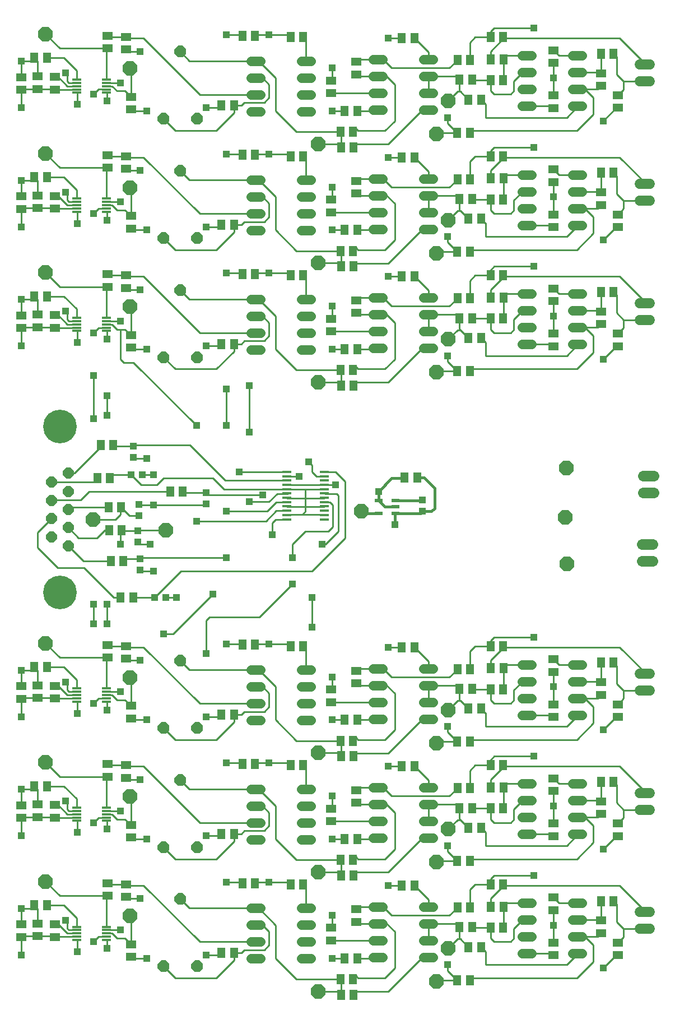
<source format=gtl>
G75*
%MOIN*%
%OFA0B0*%
%FSLAX25Y25*%
%IPPOS*%
%LPD*%
%AMOC8*
5,1,8,0,0,1.08239X$1,22.5*
%
%ADD10R,0.04724X0.02165*%
%ADD11R,0.05118X0.05906*%
%ADD12R,0.05906X0.05118*%
%ADD13R,0.05600X0.01200*%
%ADD14C,0.06400*%
%ADD15C,0.06000*%
%ADD16C,0.05600*%
%ADD17R,0.04331X0.03937*%
%ADD18OC8,0.07000*%
%ADD19OC8,0.08500*%
%ADD20R,0.05800X0.01400*%
%ADD21OC8,0.06400*%
%ADD22C,0.20000*%
%ADD23R,0.03937X0.04331*%
%ADD24C,0.01600*%
%ADD25R,0.04362X0.04362*%
%ADD26C,0.01000*%
D10*
X0275201Y0420028D03*
X0275201Y0427509D03*
X0285437Y0427509D03*
X0285437Y0423769D03*
X0285437Y0420028D03*
D11*
X0290752Y0441131D03*
X0298232Y0441131D03*
X0260437Y0495894D03*
X0260122Y0505146D03*
X0262642Y0517548D03*
X0255161Y0517548D03*
X0252642Y0505146D03*
X0252957Y0495894D03*
X0230476Y0561446D03*
X0222996Y0561446D03*
X0201697Y0562233D03*
X0194217Y0562233D03*
X0189295Y0591564D03*
X0181815Y0591564D03*
X0194217Y0633099D03*
X0201697Y0633099D03*
X0222996Y0632312D03*
X0230476Y0632312D03*
X0252957Y0637627D03*
X0252642Y0646879D03*
X0260122Y0646879D03*
X0260437Y0637627D03*
X0262642Y0659280D03*
X0255161Y0659280D03*
X0230476Y0703178D03*
X0222996Y0703178D03*
X0201697Y0703965D03*
X0194217Y0703965D03*
X0189295Y0662430D03*
X0181815Y0662430D03*
X0252642Y0576013D03*
X0252957Y0566761D03*
X0260437Y0566761D03*
X0260122Y0576013D03*
X0262642Y0588414D03*
X0255161Y0588414D03*
X0289059Y0560855D03*
X0296539Y0560855D03*
X0322209Y0547863D03*
X0329689Y0547863D03*
X0330949Y0536052D03*
X0323469Y0536052D03*
X0328744Y0524241D03*
X0336224Y0524241D03*
X0341894Y0535855D03*
X0349374Y0535855D03*
X0349531Y0548257D03*
X0349453Y0561446D03*
X0341972Y0561446D03*
X0342051Y0548257D03*
X0329610Y0575422D03*
X0322130Y0575422D03*
X0328744Y0595107D03*
X0336224Y0595107D03*
X0341894Y0606721D03*
X0342051Y0619123D03*
X0349531Y0619123D03*
X0349374Y0606721D03*
X0349453Y0632312D03*
X0341972Y0632312D03*
X0329689Y0618729D03*
X0330949Y0606918D03*
X0323469Y0606918D03*
X0322209Y0618729D03*
X0322130Y0646288D03*
X0329610Y0646288D03*
X0328744Y0665973D03*
X0336224Y0665973D03*
X0341894Y0677587D03*
X0349374Y0677587D03*
X0349531Y0689989D03*
X0342051Y0689989D03*
X0329689Y0689595D03*
X0322209Y0689595D03*
X0323469Y0677784D03*
X0330949Y0677784D03*
X0341972Y0703178D03*
X0349453Y0703178D03*
X0296539Y0702587D03*
X0289059Y0702587D03*
X0289059Y0631721D03*
X0296539Y0631721D03*
X0322130Y0504556D03*
X0329610Y0504556D03*
X0407563Y0551603D03*
X0415043Y0551603D03*
X0415043Y0622469D03*
X0407563Y0622469D03*
X0407563Y0693335D03*
X0415043Y0693335D03*
X0189295Y0520698D03*
X0181815Y0520698D03*
X0158783Y0432902D03*
X0151303Y0432902D03*
X0122406Y0409871D03*
X0114925Y0409871D03*
X0114610Y0423650D03*
X0122091Y0423650D03*
X0115476Y0440776D03*
X0107996Y0440776D03*
X0109965Y0460461D03*
X0117445Y0460461D03*
X0115870Y0391564D03*
X0123350Y0391564D03*
X0121776Y0369910D03*
X0129256Y0369910D03*
X0077878Y0328572D03*
X0070398Y0328572D03*
X0070398Y0257706D03*
X0077878Y0257706D03*
X0077878Y0186839D03*
X0070398Y0186839D03*
X0181815Y0158493D03*
X0189295Y0158493D03*
X0194217Y0200028D03*
X0201697Y0200028D03*
X0222996Y0199241D03*
X0230476Y0199241D03*
X0252957Y0204556D03*
X0252642Y0213808D03*
X0260122Y0213808D03*
X0260437Y0204556D03*
X0262642Y0226209D03*
X0255161Y0226209D03*
X0230476Y0270107D03*
X0222996Y0270107D03*
X0201697Y0270894D03*
X0194217Y0270894D03*
X0189295Y0300225D03*
X0181815Y0300225D03*
X0194217Y0341761D03*
X0201697Y0341761D03*
X0222996Y0340973D03*
X0230476Y0340973D03*
X0255161Y0297076D03*
X0262642Y0297076D03*
X0260122Y0284674D03*
X0260437Y0275422D03*
X0252957Y0275422D03*
X0252642Y0284674D03*
X0289059Y0269517D03*
X0296539Y0269517D03*
X0322209Y0256524D03*
X0323469Y0244713D03*
X0330949Y0244713D03*
X0329689Y0256524D03*
X0342051Y0256918D03*
X0341894Y0244517D03*
X0349374Y0244517D03*
X0349531Y0256918D03*
X0349453Y0270107D03*
X0341972Y0270107D03*
X0329610Y0284083D03*
X0322130Y0284083D03*
X0328744Y0303769D03*
X0336224Y0303769D03*
X0341894Y0315383D03*
X0349374Y0315383D03*
X0349531Y0327784D03*
X0342051Y0327784D03*
X0329689Y0327391D03*
X0322209Y0327391D03*
X0323469Y0315580D03*
X0330949Y0315580D03*
X0341972Y0340973D03*
X0349453Y0340973D03*
X0296539Y0340383D03*
X0289059Y0340383D03*
X0328744Y0232902D03*
X0336224Y0232902D03*
X0329610Y0213217D03*
X0322130Y0213217D03*
X0322209Y0185658D03*
X0329689Y0185658D03*
X0330949Y0173847D03*
X0323469Y0173847D03*
X0328744Y0162036D03*
X0336224Y0162036D03*
X0341894Y0173650D03*
X0349374Y0173650D03*
X0349531Y0186052D03*
X0349453Y0199241D03*
X0341972Y0199241D03*
X0342051Y0186052D03*
X0329610Y0142351D03*
X0322130Y0142351D03*
X0296539Y0198650D03*
X0289059Y0198650D03*
X0262642Y0155343D03*
X0255161Y0155343D03*
X0252642Y0142942D03*
X0252957Y0133690D03*
X0260437Y0133690D03*
X0260122Y0142942D03*
X0189295Y0229359D03*
X0181815Y0229359D03*
X0077878Y0549044D03*
X0070398Y0549044D03*
X0070398Y0619910D03*
X0077878Y0619910D03*
X0077878Y0690776D03*
X0070398Y0690776D03*
X0407563Y0331131D03*
X0415043Y0331131D03*
X0415043Y0260265D03*
X0407563Y0260265D03*
X0407563Y0189398D03*
X0415043Y0189398D03*
D12*
X0407602Y0177784D03*
X0407602Y0170304D03*
X0417642Y0164635D03*
X0417642Y0157154D03*
X0379453Y0157115D03*
X0379453Y0164595D03*
X0379453Y0183926D03*
X0379453Y0191406D03*
X0379453Y0227981D03*
X0379453Y0235461D03*
X0379453Y0254792D03*
X0379453Y0262272D03*
X0379453Y0298847D03*
X0379453Y0306328D03*
X0379453Y0325658D03*
X0379453Y0333139D03*
X0407602Y0319517D03*
X0407602Y0312036D03*
X0417642Y0306367D03*
X0417642Y0298887D03*
X0407602Y0248650D03*
X0407602Y0241170D03*
X0417642Y0235501D03*
X0417642Y0228020D03*
X0261933Y0247902D03*
X0261933Y0255383D03*
X0246972Y0244320D03*
X0246972Y0236839D03*
X0261933Y0184517D03*
X0261933Y0177036D03*
X0246972Y0173454D03*
X0246972Y0165973D03*
X0246972Y0307706D03*
X0246972Y0315186D03*
X0261933Y0318769D03*
X0261933Y0326249D03*
X0379453Y0519320D03*
X0379453Y0526800D03*
X0379453Y0546131D03*
X0379453Y0553611D03*
X0379453Y0590186D03*
X0379453Y0597666D03*
X0379453Y0616997D03*
X0379453Y0624477D03*
X0379453Y0661052D03*
X0379453Y0668532D03*
X0379453Y0687863D03*
X0379453Y0695343D03*
X0407602Y0681721D03*
X0407602Y0674241D03*
X0417642Y0668572D03*
X0417642Y0661091D03*
X0407602Y0610855D03*
X0407602Y0603375D03*
X0417642Y0597706D03*
X0417642Y0590225D03*
X0407602Y0539989D03*
X0407602Y0532509D03*
X0417642Y0526839D03*
X0417642Y0519359D03*
X0261933Y0539241D03*
X0261933Y0546721D03*
X0246972Y0535658D03*
X0246972Y0528178D03*
X0246972Y0599044D03*
X0246972Y0606524D03*
X0261933Y0610107D03*
X0261933Y0617587D03*
X0246972Y0669910D03*
X0246972Y0677391D03*
X0261933Y0680973D03*
X0261933Y0688454D03*
X0127839Y0667666D03*
X0127839Y0660186D03*
X0125161Y0632391D03*
X0125161Y0624910D03*
X0114059Y0625540D03*
X0114059Y0633020D03*
X0127839Y0596800D03*
X0127839Y0589320D03*
X0114059Y0562154D03*
X0114059Y0554674D03*
X0125161Y0554044D03*
X0125161Y0561524D03*
X0127839Y0525934D03*
X0127839Y0518454D03*
X0082799Y0530265D03*
X0082799Y0537745D03*
X0072366Y0538099D03*
X0072366Y0530619D03*
X0062524Y0530186D03*
X0062524Y0537666D03*
X0062524Y0601052D03*
X0062524Y0608532D03*
X0072366Y0608965D03*
X0072366Y0601485D03*
X0082799Y0601131D03*
X0082799Y0608611D03*
X0082799Y0671997D03*
X0082799Y0679477D03*
X0072366Y0679831D03*
X0072366Y0672351D03*
X0062524Y0671918D03*
X0062524Y0679398D03*
X0114059Y0696406D03*
X0114059Y0703887D03*
X0125161Y0703257D03*
X0125161Y0695776D03*
X0114059Y0341682D03*
X0114059Y0334202D03*
X0125161Y0333572D03*
X0125161Y0341052D03*
X0127839Y0305461D03*
X0127839Y0297981D03*
X0125161Y0270186D03*
X0125161Y0262706D03*
X0114059Y0263335D03*
X0114059Y0270816D03*
X0127839Y0234595D03*
X0127839Y0227115D03*
X0114059Y0199950D03*
X0114059Y0192469D03*
X0125161Y0191839D03*
X0125161Y0199320D03*
X0127839Y0163729D03*
X0127839Y0156249D03*
X0082799Y0168060D03*
X0082799Y0175540D03*
X0072366Y0175894D03*
X0072366Y0168414D03*
X0062524Y0167981D03*
X0062524Y0175461D03*
X0062524Y0238847D03*
X0062524Y0246328D03*
X0072366Y0246761D03*
X0072366Y0239280D03*
X0082799Y0238926D03*
X0082799Y0246406D03*
X0082799Y0309792D03*
X0082799Y0317272D03*
X0072366Y0317627D03*
X0072366Y0310146D03*
X0062524Y0309713D03*
X0062524Y0317194D03*
D13*
X0095653Y0315739D03*
X0095653Y0313839D03*
X0095653Y0311839D03*
X0095653Y0309839D03*
X0095653Y0307939D03*
X0113253Y0307939D03*
X0113253Y0309839D03*
X0113253Y0311839D03*
X0113253Y0313839D03*
X0113253Y0315739D03*
X0113253Y0244873D03*
X0113253Y0242973D03*
X0113253Y0240973D03*
X0113253Y0238973D03*
X0113253Y0237073D03*
X0095653Y0237073D03*
X0095653Y0238973D03*
X0095653Y0240973D03*
X0095653Y0242973D03*
X0095653Y0244873D03*
X0095653Y0174007D03*
X0095653Y0172107D03*
X0095653Y0170107D03*
X0095653Y0168107D03*
X0095653Y0166207D03*
X0113253Y0166207D03*
X0113253Y0168107D03*
X0113253Y0170107D03*
X0113253Y0172107D03*
X0113253Y0174007D03*
X0113253Y0528412D03*
X0113253Y0530312D03*
X0113253Y0532312D03*
X0113253Y0534312D03*
X0113253Y0536212D03*
X0095653Y0536212D03*
X0095653Y0534312D03*
X0095653Y0532312D03*
X0095653Y0530312D03*
X0095653Y0528412D03*
X0095653Y0599278D03*
X0095653Y0601178D03*
X0095653Y0603178D03*
X0095653Y0605178D03*
X0095653Y0607078D03*
X0113253Y0607078D03*
X0113253Y0605178D03*
X0113253Y0603178D03*
X0113253Y0601178D03*
X0113253Y0599278D03*
X0113253Y0670144D03*
X0113253Y0672044D03*
X0113253Y0674044D03*
X0113253Y0676044D03*
X0113253Y0677944D03*
X0095653Y0677944D03*
X0095653Y0676044D03*
X0095653Y0674044D03*
X0095653Y0672044D03*
X0095653Y0670144D03*
D14*
X0432631Y0442233D02*
X0439031Y0442233D01*
X0439031Y0432233D02*
X0432631Y0432233D01*
X0432080Y0401485D02*
X0438480Y0401485D01*
X0438480Y0391485D02*
X0432080Y0391485D01*
D15*
X0430783Y0324556D02*
X0436783Y0324556D01*
X0436783Y0314556D02*
X0430783Y0314556D01*
X0430783Y0253690D02*
X0436783Y0253690D01*
X0436783Y0243690D02*
X0430783Y0243690D01*
X0430783Y0182824D02*
X0436783Y0182824D01*
X0436783Y0172824D02*
X0430783Y0172824D01*
X0430783Y0535028D02*
X0436783Y0535028D01*
X0436783Y0545028D02*
X0430783Y0545028D01*
X0430783Y0605894D02*
X0436783Y0605894D01*
X0436783Y0615894D02*
X0430783Y0615894D01*
X0430783Y0676761D02*
X0436783Y0676761D01*
X0436783Y0686761D02*
X0430783Y0686761D01*
D16*
X0396269Y0682194D02*
X0390669Y0682194D01*
X0390669Y0692194D02*
X0396269Y0692194D01*
X0396269Y0672194D02*
X0390669Y0672194D01*
X0390669Y0662194D02*
X0396269Y0662194D01*
X0396269Y0621328D02*
X0390669Y0621328D01*
X0390669Y0611328D02*
X0396269Y0611328D01*
X0396269Y0601328D02*
X0390669Y0601328D01*
X0390669Y0591328D02*
X0396269Y0591328D01*
X0396269Y0550461D02*
X0390669Y0550461D01*
X0390669Y0540461D02*
X0396269Y0540461D01*
X0396269Y0530461D02*
X0390669Y0530461D01*
X0390669Y0520461D02*
X0396269Y0520461D01*
X0366269Y0520461D02*
X0360669Y0520461D01*
X0360669Y0530461D02*
X0366269Y0530461D01*
X0366269Y0540461D02*
X0360669Y0540461D01*
X0360669Y0550461D02*
X0366269Y0550461D01*
X0366269Y0591328D02*
X0360669Y0591328D01*
X0360669Y0601328D02*
X0366269Y0601328D01*
X0366269Y0611328D02*
X0360669Y0611328D01*
X0360669Y0621328D02*
X0366269Y0621328D01*
X0366269Y0662194D02*
X0360669Y0662194D01*
X0360669Y0672194D02*
X0366269Y0672194D01*
X0366269Y0682194D02*
X0360669Y0682194D01*
X0360669Y0692194D02*
X0366269Y0692194D01*
X0307686Y0689831D02*
X0302086Y0689831D01*
X0302086Y0679831D02*
X0307686Y0679831D01*
X0307686Y0669831D02*
X0302086Y0669831D01*
X0302086Y0659831D02*
X0307686Y0659831D01*
X0277686Y0659831D02*
X0272086Y0659831D01*
X0272086Y0669831D02*
X0277686Y0669831D01*
X0277686Y0679831D02*
X0272086Y0679831D01*
X0272086Y0689831D02*
X0277686Y0689831D01*
X0234851Y0689044D02*
X0229251Y0689044D01*
X0229251Y0679044D02*
X0234851Y0679044D01*
X0234851Y0669044D02*
X0229251Y0669044D01*
X0229251Y0659044D02*
X0234851Y0659044D01*
X0234851Y0618178D02*
X0229251Y0618178D01*
X0229251Y0608178D02*
X0234851Y0608178D01*
X0234851Y0598178D02*
X0229251Y0598178D01*
X0229251Y0588178D02*
X0234851Y0588178D01*
X0234851Y0547312D02*
X0229251Y0547312D01*
X0229251Y0537312D02*
X0234851Y0537312D01*
X0234851Y0527312D02*
X0229251Y0527312D01*
X0229251Y0517312D02*
X0234851Y0517312D01*
X0204851Y0517312D02*
X0199251Y0517312D01*
X0199251Y0527312D02*
X0204851Y0527312D01*
X0204851Y0537312D02*
X0199251Y0537312D01*
X0199251Y0547312D02*
X0204851Y0547312D01*
X0204851Y0588178D02*
X0199251Y0588178D01*
X0199251Y0598178D02*
X0204851Y0598178D01*
X0204851Y0608178D02*
X0199251Y0608178D01*
X0199251Y0618178D02*
X0204851Y0618178D01*
X0204851Y0659044D02*
X0199251Y0659044D01*
X0199251Y0669044D02*
X0204851Y0669044D01*
X0204851Y0679044D02*
X0199251Y0679044D01*
X0199251Y0689044D02*
X0204851Y0689044D01*
X0272086Y0618965D02*
X0277686Y0618965D01*
X0277686Y0608965D02*
X0272086Y0608965D01*
X0272086Y0598965D02*
X0277686Y0598965D01*
X0277686Y0588965D02*
X0272086Y0588965D01*
X0272086Y0548099D02*
X0277686Y0548099D01*
X0277686Y0538099D02*
X0272086Y0538099D01*
X0272086Y0528099D02*
X0277686Y0528099D01*
X0277686Y0518099D02*
X0272086Y0518099D01*
X0302086Y0518099D02*
X0307686Y0518099D01*
X0307686Y0528099D02*
X0302086Y0528099D01*
X0302086Y0538099D02*
X0307686Y0538099D01*
X0307686Y0548099D02*
X0302086Y0548099D01*
X0302086Y0588965D02*
X0307686Y0588965D01*
X0307686Y0598965D02*
X0302086Y0598965D01*
X0302086Y0608965D02*
X0307686Y0608965D01*
X0307686Y0618965D02*
X0302086Y0618965D01*
X0302086Y0327627D02*
X0307686Y0327627D01*
X0307686Y0317627D02*
X0302086Y0317627D01*
X0302086Y0307627D02*
X0307686Y0307627D01*
X0307686Y0297627D02*
X0302086Y0297627D01*
X0277686Y0297627D02*
X0272086Y0297627D01*
X0272086Y0307627D02*
X0277686Y0307627D01*
X0277686Y0317627D02*
X0272086Y0317627D01*
X0272086Y0327627D02*
X0277686Y0327627D01*
X0234851Y0326839D02*
X0229251Y0326839D01*
X0229251Y0316839D02*
X0234851Y0316839D01*
X0234851Y0306839D02*
X0229251Y0306839D01*
X0229251Y0296839D02*
X0234851Y0296839D01*
X0234851Y0255973D02*
X0229251Y0255973D01*
X0229251Y0245973D02*
X0234851Y0245973D01*
X0234851Y0235973D02*
X0229251Y0235973D01*
X0229251Y0225973D02*
X0234851Y0225973D01*
X0234851Y0185107D02*
X0229251Y0185107D01*
X0229251Y0175107D02*
X0234851Y0175107D01*
X0234851Y0165107D02*
X0229251Y0165107D01*
X0229251Y0155107D02*
X0234851Y0155107D01*
X0204851Y0155107D02*
X0199251Y0155107D01*
X0199251Y0165107D02*
X0204851Y0165107D01*
X0204851Y0175107D02*
X0199251Y0175107D01*
X0199251Y0185107D02*
X0204851Y0185107D01*
X0204851Y0225973D02*
X0199251Y0225973D01*
X0199251Y0235973D02*
X0204851Y0235973D01*
X0204851Y0245973D02*
X0199251Y0245973D01*
X0199251Y0255973D02*
X0204851Y0255973D01*
X0204851Y0296839D02*
X0199251Y0296839D01*
X0199251Y0306839D02*
X0204851Y0306839D01*
X0204851Y0316839D02*
X0199251Y0316839D01*
X0199251Y0326839D02*
X0204851Y0326839D01*
X0272086Y0256761D02*
X0277686Y0256761D01*
X0277686Y0246761D02*
X0272086Y0246761D01*
X0272086Y0236761D02*
X0277686Y0236761D01*
X0277686Y0226761D02*
X0272086Y0226761D01*
X0272086Y0185894D02*
X0277686Y0185894D01*
X0277686Y0175894D02*
X0272086Y0175894D01*
X0272086Y0165894D02*
X0277686Y0165894D01*
X0277686Y0155894D02*
X0272086Y0155894D01*
X0302086Y0155894D02*
X0307686Y0155894D01*
X0307686Y0165894D02*
X0302086Y0165894D01*
X0302086Y0175894D02*
X0307686Y0175894D01*
X0307686Y0185894D02*
X0302086Y0185894D01*
X0302086Y0226761D02*
X0307686Y0226761D01*
X0307686Y0236761D02*
X0302086Y0236761D01*
X0302086Y0246761D02*
X0307686Y0246761D01*
X0307686Y0256761D02*
X0302086Y0256761D01*
X0360669Y0259123D02*
X0366269Y0259123D01*
X0366269Y0249123D02*
X0360669Y0249123D01*
X0360669Y0239123D02*
X0366269Y0239123D01*
X0366269Y0229123D02*
X0360669Y0229123D01*
X0360669Y0188257D02*
X0366269Y0188257D01*
X0366269Y0178257D02*
X0360669Y0178257D01*
X0360669Y0168257D02*
X0366269Y0168257D01*
X0366269Y0158257D02*
X0360669Y0158257D01*
X0390669Y0158257D02*
X0396269Y0158257D01*
X0396269Y0168257D02*
X0390669Y0168257D01*
X0390669Y0178257D02*
X0396269Y0178257D01*
X0396269Y0188257D02*
X0390669Y0188257D01*
X0390669Y0229123D02*
X0396269Y0229123D01*
X0396269Y0239123D02*
X0390669Y0239123D01*
X0390669Y0249123D02*
X0396269Y0249123D01*
X0396269Y0259123D02*
X0390669Y0259123D01*
X0390669Y0299989D02*
X0396269Y0299989D01*
X0396269Y0309989D02*
X0390669Y0309989D01*
X0390669Y0319989D02*
X0396269Y0319989D01*
X0396269Y0329989D02*
X0390669Y0329989D01*
X0366269Y0329989D02*
X0360669Y0329989D01*
X0360669Y0319989D02*
X0366269Y0319989D01*
X0366269Y0309989D02*
X0360669Y0309989D01*
X0360669Y0299989D02*
X0366269Y0299989D01*
D17*
X0301303Y0421091D03*
X0301303Y0427784D03*
X0172760Y0425619D03*
X0172760Y0432312D03*
X0132799Y0425343D03*
X0132799Y0418650D03*
X0132012Y0409438D03*
X0132012Y0402745D03*
X0133390Y0392942D03*
X0133390Y0386249D03*
X0129453Y0453178D03*
X0129453Y0459871D03*
D18*
X0147287Y0512706D03*
X0167287Y0512706D03*
X0157287Y0552706D03*
X0147287Y0583572D03*
X0167287Y0583572D03*
X0157287Y0623572D03*
X0147287Y0654438D03*
X0167287Y0654438D03*
X0157287Y0694438D03*
X0157287Y0332233D03*
X0147287Y0292233D03*
X0167287Y0292233D03*
X0157287Y0261367D03*
X0147287Y0221367D03*
X0167287Y0221367D03*
X0157287Y0190501D03*
X0147287Y0150501D03*
X0167287Y0150501D03*
D19*
X0127366Y0180658D03*
X0127366Y0251524D03*
X0127366Y0322391D03*
X0077012Y0342706D03*
X0077012Y0271839D03*
X0077012Y0200973D03*
X0148587Y0409989D03*
X0105280Y0416209D03*
X0127366Y0542863D03*
X0127366Y0613729D03*
X0127366Y0684595D03*
X0077012Y0704910D03*
X0077012Y0634044D03*
X0077012Y0563178D03*
X0239335Y0568769D03*
X0239335Y0497902D03*
X0265004Y0421131D03*
X0309571Y0503808D03*
X0316815Y0523493D03*
X0309571Y0574674D03*
X0316815Y0594359D03*
X0309571Y0645540D03*
X0316815Y0665225D03*
X0239335Y0639635D03*
X0386933Y0447036D03*
X0386500Y0417509D03*
X0387366Y0389950D03*
X0316815Y0303020D03*
X0309571Y0283335D03*
X0316815Y0232154D03*
X0309571Y0212469D03*
X0316815Y0161288D03*
X0309571Y0141603D03*
X0239335Y0135698D03*
X0239335Y0206564D03*
X0239335Y0277430D03*
D20*
X0242915Y0416401D03*
X0242915Y0419001D03*
X0242915Y0421501D03*
X0242915Y0424101D03*
X0242915Y0426701D03*
X0242915Y0429201D03*
X0242915Y0431801D03*
X0242915Y0434301D03*
X0242915Y0436901D03*
X0242915Y0439501D03*
X0242915Y0442001D03*
X0242915Y0444601D03*
X0220715Y0444601D03*
X0220715Y0442001D03*
X0220715Y0439501D03*
X0220715Y0436901D03*
X0220715Y0434301D03*
X0220715Y0431801D03*
X0220715Y0429201D03*
X0220715Y0426701D03*
X0220715Y0424101D03*
X0220715Y0421501D03*
X0220715Y0419001D03*
X0220715Y0416401D03*
D21*
X0090673Y0411433D03*
X0090673Y0400633D03*
X0080673Y0406033D03*
X0080673Y0416833D03*
X0080673Y0427633D03*
X0080673Y0438433D03*
X0090673Y0433033D03*
X0090673Y0422233D03*
X0090673Y0443833D03*
D22*
X0085673Y0471533D03*
X0085673Y0372933D03*
D23*
X0128075Y0442745D03*
X0134768Y0442745D03*
X0141854Y0369910D03*
X0148547Y0369910D03*
D24*
X0265004Y0421131D02*
X0266106Y0420028D01*
X0275201Y0420028D01*
X0278941Y0423769D02*
X0275201Y0427509D01*
X0275201Y0432981D01*
X0282996Y0440776D01*
X0290398Y0440776D01*
X0290752Y0441131D01*
X0298232Y0441131D02*
X0302327Y0441131D01*
X0308587Y0434871D01*
X0308587Y0423060D01*
X0306618Y0421091D01*
X0301303Y0421091D01*
X0300240Y0420028D01*
X0285437Y0420028D01*
X0284965Y0419556D01*
X0284965Y0413217D01*
X0285437Y0423769D02*
X0278941Y0423769D01*
X0285437Y0427509D02*
X0301028Y0427509D01*
X0301303Y0427784D01*
D25*
X0062524Y0157312D03*
X0062524Y0184871D03*
X0089098Y0177981D03*
X0095988Y0159280D03*
X0105831Y0165186D03*
X0113705Y0161249D03*
X0121579Y0172076D03*
X0133390Y0190776D03*
X0137327Y0155343D03*
X0172760Y0157312D03*
X0184571Y0200619D03*
X0172760Y0228178D03*
X0184571Y0271485D03*
X0172760Y0299044D03*
X0172760Y0336446D03*
X0184571Y0342351D03*
X0176697Y0371879D03*
X0184571Y0393532D03*
X0184571Y0421091D03*
X0198350Y0426997D03*
X0206224Y0430934D03*
X0192445Y0444713D03*
X0198350Y0468335D03*
X0184571Y0472272D03*
X0166854Y0472272D03*
X0184571Y0493926D03*
X0198350Y0495894D03*
X0172760Y0519517D03*
X0184571Y0562824D03*
X0172760Y0590383D03*
X0184571Y0633690D03*
X0172760Y0661249D03*
X0184571Y0704556D03*
X0210161Y0704556D03*
X0247563Y0684871D03*
X0247563Y0659280D03*
X0247563Y0614005D03*
X0247563Y0588414D03*
X0247563Y0543139D03*
X0247563Y0517548D03*
X0281028Y0560855D03*
X0316461Y0584477D03*
X0281028Y0631721D03*
X0316461Y0655343D03*
X0281028Y0702587D03*
X0210161Y0633690D03*
X0210161Y0562824D03*
X0137327Y0588414D03*
X0121579Y0605146D03*
X0113705Y0594320D03*
X0105831Y0598257D03*
X0095988Y0592351D03*
X0089098Y0611052D03*
X0062524Y0617942D03*
X0062524Y0590383D03*
X0062524Y0547076D03*
X0062524Y0519517D03*
X0089098Y0540186D03*
X0095988Y0521485D03*
X0105831Y0527391D03*
X0113705Y0523454D03*
X0121579Y0534280D03*
X0133390Y0552981D03*
X0137327Y0517548D03*
X0113705Y0489989D03*
X0113705Y0478178D03*
X0105831Y0476209D03*
X0105831Y0501800D03*
X0137327Y0452587D03*
X0141264Y0442745D03*
X0141264Y0425028D03*
X0139295Y0401406D03*
X0141264Y0385658D03*
X0155043Y0369910D03*
X0147169Y0348257D03*
X0133390Y0332509D03*
X0121579Y0313808D03*
X0113705Y0302981D03*
X0105831Y0306918D03*
X0095988Y0301013D03*
X0089098Y0319713D03*
X0105831Y0354162D03*
X0113705Y0354162D03*
X0113705Y0365973D03*
X0105831Y0365973D03*
X0121579Y0401406D03*
X0166854Y0415186D03*
X0212130Y0407312D03*
X0223941Y0393532D03*
X0223941Y0377784D03*
X0235752Y0369910D03*
X0235752Y0352194D03*
X0247563Y0322666D03*
X0247563Y0297076D03*
X0247563Y0251800D03*
X0247563Y0226209D03*
X0247563Y0180934D03*
X0247563Y0155343D03*
X0281028Y0198650D03*
X0316461Y0222272D03*
X0281028Y0269517D03*
X0316461Y0293139D03*
X0281028Y0340383D03*
X0241657Y0401406D03*
X0249531Y0436839D03*
X0233783Y0450619D03*
X0227878Y0441761D03*
X0275201Y0432981D03*
X0284965Y0413217D03*
X0316461Y0513611D03*
X0367642Y0566761D03*
X0379453Y0537233D03*
X0408980Y0511643D03*
X0408980Y0582509D03*
X0379453Y0608099D03*
X0367642Y0637627D03*
X0379453Y0678965D03*
X0367642Y0708493D03*
X0408980Y0653375D03*
X0367642Y0346288D03*
X0379453Y0316761D03*
X0367642Y0275422D03*
X0379453Y0245894D03*
X0408980Y0220304D03*
X0379453Y0175028D03*
X0367642Y0204556D03*
X0408980Y0149438D03*
X0316461Y0151406D03*
X0408980Y0291170D03*
X0210161Y0271485D03*
X0210161Y0200619D03*
X0137327Y0226209D03*
X0121579Y0242942D03*
X0113705Y0232115D03*
X0105831Y0236052D03*
X0095988Y0230146D03*
X0089098Y0248847D03*
X0062524Y0255737D03*
X0062524Y0228178D03*
X0062524Y0299044D03*
X0062524Y0326603D03*
X0133390Y0261643D03*
X0137327Y0297076D03*
X0210161Y0342351D03*
X0133390Y0623847D03*
X0137327Y0659280D03*
X0121579Y0676013D03*
X0113705Y0665186D03*
X0105831Y0669123D03*
X0095988Y0663217D03*
X0089098Y0681918D03*
X0062524Y0688808D03*
X0062524Y0661249D03*
X0133390Y0694713D03*
D26*
X0126224Y0694713D01*
X0125161Y0695776D01*
X0125831Y0702587D02*
X0135358Y0702587D01*
X0168902Y0669044D01*
X0202051Y0669044D01*
X0207209Y0664202D02*
X0195398Y0664202D01*
X0193626Y0662430D01*
X0189295Y0662430D01*
X0189295Y0658099D01*
X0178665Y0647469D01*
X0154256Y0647469D01*
X0147287Y0654438D01*
X0137327Y0659280D02*
X0128744Y0659280D01*
X0127839Y0660186D01*
X0127839Y0667666D02*
X0124413Y0671091D01*
X0119610Y0671091D01*
X0116657Y0674044D01*
X0113253Y0674044D01*
X0113221Y0672076D02*
X0108783Y0672076D01*
X0105831Y0669123D01*
X0113253Y0670144D02*
X0113705Y0669692D01*
X0113705Y0665186D01*
X0113253Y0672044D02*
X0113221Y0672076D01*
X0113284Y0676013D02*
X0121579Y0676013D01*
X0113284Y0676013D02*
X0113253Y0676044D01*
X0113253Y0677944D02*
X0113253Y0695600D01*
X0114059Y0696406D01*
X0085516Y0696406D01*
X0077012Y0704910D01*
X0077878Y0690776D02*
X0088114Y0690776D01*
X0095653Y0683238D01*
X0095653Y0677944D01*
X0095653Y0676044D02*
X0091035Y0676044D01*
X0090083Y0676997D01*
X0090083Y0680934D01*
X0089098Y0681918D01*
X0084650Y0679477D02*
X0082799Y0679477D01*
X0084650Y0679477D02*
X0090083Y0674044D01*
X0095653Y0674044D01*
X0095684Y0676013D02*
X0095653Y0676044D01*
X0095653Y0672044D02*
X0082846Y0672044D01*
X0082799Y0671997D01*
X0082445Y0672351D01*
X0072366Y0672351D01*
X0062957Y0672351D01*
X0062524Y0671918D01*
X0062524Y0661249D01*
X0062524Y0679398D02*
X0062524Y0688808D01*
X0068429Y0688808D01*
X0070398Y0690776D01*
X0072366Y0688808D01*
X0072366Y0679831D01*
X0095653Y0670144D02*
X0095988Y0669809D01*
X0095988Y0663217D01*
X0077012Y0634044D02*
X0085516Y0625540D01*
X0114059Y0625540D01*
X0113253Y0624734D01*
X0113253Y0607078D01*
X0113253Y0605178D02*
X0113284Y0605146D01*
X0121579Y0605146D01*
X0119610Y0600225D02*
X0116657Y0603178D01*
X0113253Y0603178D01*
X0113221Y0601209D02*
X0108783Y0601209D01*
X0105831Y0598257D01*
X0113253Y0599278D02*
X0113705Y0598826D01*
X0113705Y0594320D01*
X0113253Y0601178D02*
X0113221Y0601209D01*
X0119610Y0600225D02*
X0124413Y0600225D01*
X0127839Y0596800D01*
X0127839Y0613257D01*
X0127366Y0613729D01*
X0126224Y0623847D02*
X0133390Y0623847D01*
X0135358Y0631721D02*
X0168902Y0598178D01*
X0202051Y0598178D01*
X0207209Y0593335D02*
X0195398Y0593335D01*
X0193626Y0591564D01*
X0189295Y0591564D01*
X0189295Y0587233D01*
X0178665Y0576603D01*
X0154256Y0576603D01*
X0147287Y0583572D01*
X0137327Y0588414D02*
X0128744Y0588414D01*
X0127839Y0589320D01*
X0114059Y0562154D02*
X0114689Y0561524D01*
X0125161Y0561524D01*
X0125831Y0560855D01*
X0135358Y0560855D01*
X0168902Y0527312D01*
X0202051Y0527312D01*
X0207209Y0522469D02*
X0195398Y0522469D01*
X0193626Y0520698D01*
X0189295Y0520698D01*
X0189295Y0516367D01*
X0178665Y0505737D01*
X0154256Y0505737D01*
X0147287Y0512706D01*
X0137327Y0517548D02*
X0128744Y0517548D01*
X0127839Y0518454D01*
X0127839Y0525934D02*
X0124413Y0529359D01*
X0121579Y0529359D01*
X0121579Y0511643D01*
X0123547Y0509674D01*
X0129453Y0509674D01*
X0166854Y0472272D01*
X0162917Y0460461D02*
X0183878Y0439501D01*
X0220715Y0439501D01*
X0220955Y0441761D02*
X0227878Y0441761D01*
X0220955Y0441761D02*
X0220715Y0442001D01*
X0220715Y0444601D02*
X0192557Y0444601D01*
X0192445Y0444713D01*
X0183172Y0434301D02*
X0220715Y0434301D01*
X0231815Y0434301D01*
X0231815Y0428965D01*
X0242680Y0428965D01*
X0242915Y0429201D01*
X0243232Y0431721D02*
X0250319Y0431721D01*
X0251500Y0430540D01*
X0251500Y0409280D01*
X0243626Y0401406D01*
X0241657Y0401406D01*
X0245201Y0409280D02*
X0231815Y0409280D01*
X0223941Y0401406D01*
X0223941Y0393532D01*
X0223941Y0377784D02*
X0204256Y0358099D01*
X0174728Y0358099D01*
X0172760Y0356131D01*
X0172760Y0336446D01*
X0184571Y0342351D02*
X0193626Y0342351D01*
X0194217Y0341761D01*
X0201697Y0341761D02*
X0202287Y0342351D01*
X0210161Y0342351D01*
X0221618Y0342351D01*
X0222996Y0340973D01*
X0230476Y0340973D02*
X0232051Y0339398D01*
X0232051Y0326839D01*
X0247563Y0322666D02*
X0247563Y0315776D01*
X0246972Y0315186D01*
X0246972Y0307706D02*
X0247051Y0307627D01*
X0274886Y0307627D01*
X0274886Y0317627D02*
X0280161Y0317627D01*
X0284965Y0312824D01*
X0284965Y0291170D01*
X0279059Y0285265D01*
X0263154Y0285265D01*
X0261933Y0286485D01*
X0260122Y0284674D01*
X0262406Y0277391D02*
X0281028Y0277391D01*
X0301264Y0297627D01*
X0304886Y0297627D01*
X0304886Y0307627D02*
X0304886Y0317627D01*
X0321421Y0317627D01*
X0323469Y0315580D01*
X0323469Y0309044D01*
X0323980Y0308532D01*
X0322327Y0308532D01*
X0316815Y0303020D01*
X0316461Y0293139D02*
X0316461Y0289753D01*
X0322130Y0284083D01*
X0310319Y0284083D01*
X0309571Y0283335D01*
X0296539Y0269517D02*
X0304886Y0261170D01*
X0304886Y0256761D01*
X0304886Y0246761D02*
X0321421Y0246761D01*
X0323469Y0244713D01*
X0323469Y0238178D01*
X0323980Y0237666D01*
X0322327Y0237666D01*
X0316815Y0232154D01*
X0316461Y0222272D02*
X0316461Y0218887D01*
X0322130Y0213217D01*
X0310319Y0213217D01*
X0309571Y0212469D01*
X0304886Y0226761D02*
X0301264Y0226761D01*
X0281028Y0206524D01*
X0262406Y0206524D01*
X0260437Y0204556D01*
X0260122Y0213808D02*
X0261933Y0215619D01*
X0263154Y0214398D01*
X0279059Y0214398D01*
X0284965Y0220304D01*
X0284965Y0241957D01*
X0280161Y0246761D01*
X0274886Y0246761D01*
X0263075Y0246761D01*
X0261933Y0247902D01*
X0261933Y0255383D02*
X0263311Y0256761D01*
X0274886Y0256761D01*
X0278035Y0256761D01*
X0282996Y0251800D01*
X0317484Y0251800D01*
X0322209Y0256524D01*
X0323469Y0244713D02*
X0322839Y0244083D01*
X0323980Y0237666D02*
X0328744Y0232902D01*
X0336224Y0232902D02*
X0338980Y0230146D01*
X0338980Y0222272D01*
X0387327Y0222272D01*
X0393469Y0228414D01*
X0393469Y0229123D01*
X0393469Y0239123D02*
X0398035Y0239123D01*
X0405555Y0239123D01*
X0407602Y0241170D01*
X0407602Y0248650D02*
X0407602Y0260225D01*
X0407563Y0260265D01*
X0415043Y0260265D02*
X0416854Y0258454D01*
X0416854Y0247863D01*
X0421028Y0243690D01*
X0421028Y0238887D01*
X0417642Y0235501D01*
X0417484Y0228178D02*
X0417642Y0228020D01*
X0416697Y0228020D01*
X0408980Y0220304D01*
X0403075Y0224241D02*
X0403075Y0234083D01*
X0398035Y0239123D01*
X0393469Y0249123D02*
X0407130Y0249123D01*
X0407602Y0248650D01*
X0421028Y0243690D02*
X0433783Y0243690D01*
X0433783Y0253690D02*
X0433783Y0254556D01*
X0418823Y0269517D01*
X0349925Y0269517D01*
X0349453Y0269044D01*
X0349453Y0270107D01*
X0349453Y0269044D02*
X0342051Y0261643D01*
X0342051Y0256918D01*
X0341894Y0244517D02*
X0342051Y0244359D01*
X0342051Y0238020D01*
X0344020Y0236052D01*
X0353862Y0236052D01*
X0355831Y0238020D01*
X0355831Y0243926D01*
X0361028Y0249123D01*
X0363469Y0249123D01*
X0363469Y0259123D02*
X0351736Y0259123D01*
X0349531Y0256918D01*
X0349531Y0244674D01*
X0349374Y0244517D01*
X0341894Y0244517D02*
X0331146Y0244517D01*
X0330949Y0244713D01*
X0329689Y0256524D02*
X0329689Y0266997D01*
X0332799Y0270107D01*
X0341972Y0270107D01*
X0341972Y0273375D01*
X0344020Y0275422D01*
X0367642Y0275422D01*
X0379453Y0262272D02*
X0382602Y0259123D01*
X0393469Y0259123D01*
X0379453Y0254792D02*
X0379453Y0245894D01*
X0379453Y0235461D01*
X0378311Y0229123D02*
X0363469Y0229123D01*
X0378311Y0229123D02*
X0379453Y0227981D01*
X0393232Y0214398D02*
X0403075Y0224241D01*
X0393232Y0214398D02*
X0330791Y0214398D01*
X0329610Y0213217D01*
X0332799Y0199241D02*
X0329689Y0196131D01*
X0329689Y0185658D01*
X0332799Y0199241D02*
X0341972Y0199241D01*
X0341972Y0202509D01*
X0344020Y0204556D01*
X0367642Y0204556D01*
X0363469Y0188257D02*
X0351736Y0188257D01*
X0349531Y0186052D01*
X0349531Y0173808D01*
X0349374Y0173650D01*
X0355831Y0173060D02*
X0355831Y0167154D01*
X0353862Y0165186D01*
X0344020Y0165186D01*
X0342051Y0167154D01*
X0342051Y0173493D01*
X0341894Y0173650D01*
X0331146Y0173650D01*
X0330949Y0173847D01*
X0323469Y0173847D02*
X0323469Y0167312D01*
X0323980Y0166800D01*
X0322327Y0166800D01*
X0316815Y0161288D01*
X0316461Y0151406D02*
X0316461Y0148020D01*
X0322130Y0142351D01*
X0310319Y0142351D01*
X0309571Y0141603D01*
X0304886Y0155894D02*
X0301264Y0155894D01*
X0281028Y0135658D01*
X0262406Y0135658D01*
X0260437Y0133690D01*
X0260122Y0142942D02*
X0261933Y0144753D01*
X0263154Y0143532D01*
X0279059Y0143532D01*
X0284965Y0149438D01*
X0284965Y0171091D01*
X0280161Y0175894D01*
X0274886Y0175894D01*
X0263075Y0175894D01*
X0261933Y0177036D01*
X0261933Y0184517D02*
X0263311Y0185894D01*
X0274886Y0185894D01*
X0278035Y0185894D01*
X0282996Y0180934D01*
X0317484Y0180934D01*
X0322209Y0185658D01*
X0321421Y0175894D02*
X0304886Y0175894D01*
X0304886Y0165894D01*
X0321421Y0175894D02*
X0323469Y0173847D01*
X0322839Y0173217D01*
X0323980Y0166800D02*
X0328744Y0162036D01*
X0336224Y0162036D02*
X0338980Y0159280D01*
X0338980Y0151406D01*
X0387327Y0151406D01*
X0393469Y0157548D01*
X0393469Y0158257D01*
X0393469Y0168257D02*
X0398035Y0168257D01*
X0405555Y0168257D01*
X0407602Y0170304D01*
X0407602Y0177784D02*
X0407602Y0189359D01*
X0407563Y0189398D01*
X0415043Y0189398D02*
X0416854Y0187587D01*
X0416854Y0176997D01*
X0421028Y0172824D01*
X0421028Y0168020D01*
X0417642Y0164635D01*
X0417484Y0157312D02*
X0417642Y0157154D01*
X0416697Y0157154D01*
X0408980Y0149438D01*
X0403075Y0153375D02*
X0403075Y0163217D01*
X0398035Y0168257D01*
X0393469Y0178257D02*
X0407130Y0178257D01*
X0407602Y0177784D01*
X0418823Y0198650D02*
X0433783Y0183690D01*
X0433783Y0182824D01*
X0433783Y0172824D02*
X0421028Y0172824D01*
X0418823Y0198650D02*
X0349925Y0198650D01*
X0349453Y0198178D01*
X0349453Y0199241D01*
X0349453Y0198178D02*
X0342051Y0190776D01*
X0342051Y0186052D01*
X0355831Y0173060D02*
X0361028Y0178257D01*
X0363469Y0178257D01*
X0379453Y0175028D02*
X0379453Y0164595D01*
X0378311Y0158257D02*
X0363469Y0158257D01*
X0378311Y0158257D02*
X0379453Y0157115D01*
X0379453Y0175028D02*
X0379453Y0183926D01*
X0382602Y0188257D02*
X0379453Y0191406D01*
X0382602Y0188257D02*
X0393469Y0188257D01*
X0403075Y0153375D02*
X0393232Y0143532D01*
X0330791Y0143532D01*
X0329610Y0142351D01*
X0304886Y0185894D02*
X0304886Y0190304D01*
X0296539Y0198650D01*
X0289059Y0198650D02*
X0281028Y0198650D01*
X0274335Y0226209D02*
X0262642Y0226209D01*
X0255161Y0226209D02*
X0247563Y0226209D01*
X0247051Y0236761D02*
X0274886Y0236761D01*
X0274886Y0226761D02*
X0274335Y0226209D01*
X0252957Y0213493D02*
X0252957Y0204556D01*
X0250949Y0206564D01*
X0239335Y0206564D01*
X0230476Y0199241D02*
X0232051Y0197666D01*
X0232051Y0185107D01*
X0222996Y0199241D02*
X0221618Y0200619D01*
X0210161Y0200619D01*
X0202287Y0200619D01*
X0201697Y0200028D01*
X0194217Y0200028D02*
X0193626Y0200619D01*
X0184571Y0200619D01*
X0178665Y0214398D02*
X0189295Y0225028D01*
X0189295Y0229359D01*
X0193626Y0229359D01*
X0195398Y0231131D01*
X0207209Y0231131D01*
X0210161Y0234083D01*
X0210161Y0241957D01*
X0206224Y0245894D01*
X0202130Y0245894D01*
X0202051Y0245973D01*
X0202051Y0255973D02*
X0204020Y0255973D01*
X0214098Y0245894D01*
X0214098Y0226209D01*
X0226500Y0213808D01*
X0252642Y0213808D01*
X0252957Y0213493D01*
X0247051Y0236761D02*
X0246972Y0236839D01*
X0246972Y0244320D02*
X0247563Y0244910D01*
X0247563Y0251800D01*
X0232051Y0255973D02*
X0232051Y0268532D01*
X0230476Y0270107D01*
X0239335Y0277430D02*
X0250949Y0277430D01*
X0252957Y0275422D01*
X0252957Y0284359D01*
X0252642Y0284674D01*
X0226500Y0284674D01*
X0214098Y0297076D01*
X0214098Y0316761D01*
X0204020Y0326839D01*
X0202051Y0326839D01*
X0162681Y0326839D01*
X0157287Y0332233D01*
X0153075Y0348257D02*
X0147169Y0348257D01*
X0153075Y0348257D02*
X0176697Y0371879D01*
X0184571Y0393532D02*
X0133980Y0393532D01*
X0133390Y0392942D01*
X0124728Y0392942D01*
X0123350Y0391564D01*
X0115870Y0391564D02*
X0099743Y0391564D01*
X0090673Y0400633D01*
X0096763Y0405343D02*
X0090673Y0411433D01*
X0096763Y0405343D02*
X0107799Y0405343D01*
X0112327Y0409871D01*
X0114925Y0409871D01*
X0121579Y0408178D02*
X0121579Y0401406D01*
X0121579Y0408178D02*
X0122839Y0409438D01*
X0132012Y0409438D01*
X0132563Y0409989D01*
X0148587Y0409989D01*
X0139295Y0401406D02*
X0133350Y0401406D01*
X0132012Y0402745D01*
X0122839Y0409438D02*
X0122406Y0409871D01*
X0118665Y0416209D02*
X0105280Y0416209D01*
X0097957Y0427981D02*
X0102878Y0432902D01*
X0151303Y0432902D01*
X0147169Y0440776D02*
X0143232Y0436839D01*
X0133980Y0436839D01*
X0128075Y0442745D01*
X0117445Y0442745D01*
X0115476Y0440776D01*
X0107996Y0440776D02*
X0105653Y0438433D01*
X0080673Y0438433D01*
X0081021Y0427981D02*
X0097957Y0427981D01*
X0092091Y0423650D02*
X0114610Y0423650D01*
X0121579Y0423139D02*
X0121579Y0419123D01*
X0118665Y0416209D01*
X0121579Y0423139D02*
X0122091Y0423650D01*
X0127091Y0418650D01*
X0132799Y0418650D01*
X0133114Y0425028D02*
X0141264Y0425028D01*
X0172169Y0425028D01*
X0172760Y0425619D01*
X0174138Y0430934D02*
X0206224Y0430934D01*
X0210161Y0426997D02*
X0198350Y0426997D01*
X0210161Y0426997D02*
X0214886Y0431721D01*
X0221185Y0431721D01*
X0220715Y0429201D02*
X0220950Y0428965D01*
X0231815Y0428965D01*
X0231815Y0424044D01*
X0242858Y0424044D01*
X0242915Y0424101D01*
X0242839Y0426603D02*
X0246382Y0426603D01*
X0247957Y0425028D01*
X0247957Y0412036D01*
X0245201Y0409280D01*
X0242915Y0419001D02*
X0242793Y0419123D01*
X0229846Y0419123D01*
X0231815Y0421091D01*
X0231815Y0424044D01*
X0220772Y0424044D01*
X0220715Y0424101D01*
X0221185Y0426603D02*
X0214492Y0426603D01*
X0208980Y0421091D01*
X0184571Y0421091D01*
X0183172Y0434301D02*
X0176697Y0440776D01*
X0147169Y0440776D01*
X0141264Y0442745D02*
X0134768Y0442745D01*
X0137327Y0452587D02*
X0130043Y0452587D01*
X0129453Y0453178D01*
X0129453Y0459871D02*
X0130043Y0460461D01*
X0162917Y0460461D01*
X0184571Y0472272D02*
X0184571Y0493926D01*
X0198350Y0495894D02*
X0198350Y0468335D01*
X0220715Y0436901D02*
X0242915Y0436901D01*
X0242976Y0436839D01*
X0249531Y0436839D01*
X0255437Y0438808D02*
X0249644Y0444601D01*
X0242915Y0444601D01*
X0242915Y0442001D02*
X0238465Y0442001D01*
X0235752Y0444713D01*
X0235752Y0448650D01*
X0233783Y0450619D01*
X0231815Y0434301D02*
X0242915Y0434301D01*
X0255437Y0438808D02*
X0255437Y0405343D01*
X0235752Y0385658D01*
X0157602Y0385658D01*
X0141854Y0369910D01*
X0129256Y0369910D01*
X0121776Y0369910D02*
X0117642Y0369910D01*
X0099925Y0387627D01*
X0084177Y0387627D01*
X0072366Y0399438D01*
X0072366Y0408526D01*
X0080673Y0416833D01*
X0080673Y0427633D02*
X0081021Y0427981D01*
X0090673Y0422233D02*
X0092091Y0423650D01*
X0090673Y0443833D02*
X0094217Y0443833D01*
X0109965Y0459581D01*
X0109965Y0460461D01*
X0117445Y0460461D02*
X0118035Y0459871D01*
X0129453Y0459871D01*
X0113705Y0478178D02*
X0113705Y0489989D01*
X0105831Y0501800D02*
X0105831Y0476209D01*
X0095988Y0521485D02*
X0095988Y0528076D01*
X0095653Y0528412D01*
X0095653Y0530312D02*
X0082846Y0530312D01*
X0082799Y0530265D01*
X0082445Y0530619D01*
X0072366Y0530619D01*
X0062957Y0530619D01*
X0062524Y0530186D01*
X0062524Y0519517D01*
X0062524Y0537666D02*
X0062524Y0547076D01*
X0068429Y0547076D01*
X0070398Y0549044D01*
X0072366Y0547076D01*
X0072366Y0538099D01*
X0082799Y0537745D02*
X0084650Y0537745D01*
X0090083Y0532312D01*
X0095653Y0532312D01*
X0095684Y0534280D02*
X0095653Y0534312D01*
X0091035Y0534312D01*
X0090083Y0535265D01*
X0090083Y0539202D01*
X0089098Y0540186D01*
X0095653Y0541506D02*
X0088114Y0549044D01*
X0077878Y0549044D01*
X0085516Y0554674D02*
X0077012Y0563178D01*
X0085516Y0554674D02*
X0114059Y0554674D01*
X0113253Y0553868D01*
X0113253Y0536212D01*
X0113253Y0534312D02*
X0113284Y0534280D01*
X0121579Y0534280D01*
X0121579Y0529359D02*
X0119610Y0529359D01*
X0116657Y0532312D01*
X0113253Y0532312D01*
X0113221Y0530343D02*
X0108783Y0530343D01*
X0105831Y0527391D01*
X0113253Y0528412D02*
X0113705Y0527960D01*
X0113705Y0523454D01*
X0113253Y0530312D02*
X0113221Y0530343D01*
X0127839Y0525934D02*
X0127839Y0542391D01*
X0127366Y0542863D01*
X0126224Y0552981D02*
X0133390Y0552981D01*
X0126224Y0552981D02*
X0125161Y0554044D01*
X0095653Y0541506D02*
X0095653Y0536212D01*
X0062524Y0590383D02*
X0062524Y0601052D01*
X0062957Y0601485D01*
X0072366Y0601485D01*
X0082445Y0601485D01*
X0082799Y0601131D01*
X0082846Y0601178D01*
X0095653Y0601178D01*
X0095653Y0599278D02*
X0095988Y0598943D01*
X0095988Y0592351D01*
X0095653Y0603178D02*
X0090083Y0603178D01*
X0084650Y0608611D01*
X0082799Y0608611D01*
X0077878Y0619910D02*
X0088114Y0619910D01*
X0095653Y0612372D01*
X0095653Y0607078D01*
X0095653Y0605178D02*
X0091035Y0605178D01*
X0090083Y0606131D01*
X0090083Y0610068D01*
X0089098Y0611052D01*
X0095653Y0605178D02*
X0095684Y0605146D01*
X0114689Y0632391D02*
X0125161Y0632391D01*
X0125831Y0631721D01*
X0135358Y0631721D01*
X0126224Y0623847D02*
X0125161Y0624910D01*
X0114689Y0632391D02*
X0114059Y0633020D01*
X0127839Y0667666D02*
X0127839Y0684123D01*
X0127366Y0684595D01*
X0125831Y0702587D02*
X0125161Y0703257D01*
X0114689Y0703257D01*
X0114059Y0703887D01*
X0157287Y0694438D02*
X0162681Y0689044D01*
X0202051Y0689044D01*
X0204020Y0689044D01*
X0214098Y0678965D01*
X0214098Y0659280D01*
X0226500Y0646879D01*
X0252642Y0646879D01*
X0252957Y0646564D01*
X0252957Y0637627D01*
X0250949Y0639635D01*
X0239335Y0639635D01*
X0230476Y0632312D02*
X0232051Y0630737D01*
X0232051Y0618178D01*
X0222996Y0632312D02*
X0221618Y0633690D01*
X0210161Y0633690D01*
X0202287Y0633690D01*
X0201697Y0633099D01*
X0194217Y0633099D02*
X0193626Y0633690D01*
X0184571Y0633690D01*
X0202051Y0618178D02*
X0162681Y0618178D01*
X0157287Y0623572D01*
X0172760Y0590383D02*
X0180634Y0590383D01*
X0181815Y0591564D01*
X0189295Y0591564D02*
X0190161Y0592430D01*
X0202130Y0608099D02*
X0206224Y0608099D01*
X0210161Y0604162D01*
X0210161Y0596288D01*
X0207209Y0593335D01*
X0214098Y0588414D02*
X0214098Y0608099D01*
X0204020Y0618178D01*
X0202051Y0618178D01*
X0202051Y0608178D02*
X0202130Y0608099D01*
X0214098Y0588414D02*
X0226500Y0576013D01*
X0252642Y0576013D01*
X0252957Y0575698D01*
X0252957Y0566761D01*
X0250949Y0568769D01*
X0239335Y0568769D01*
X0230476Y0561446D02*
X0232051Y0559871D01*
X0232051Y0547312D01*
X0222996Y0561446D02*
X0221618Y0562824D01*
X0210161Y0562824D01*
X0202287Y0562824D01*
X0201697Y0562233D01*
X0194217Y0562233D02*
X0193626Y0562824D01*
X0184571Y0562824D01*
X0202051Y0547312D02*
X0162681Y0547312D01*
X0157287Y0552706D01*
X0172760Y0519517D02*
X0180634Y0519517D01*
X0181815Y0520698D01*
X0189295Y0520698D02*
X0190161Y0521564D01*
X0202130Y0537233D02*
X0206224Y0537233D01*
X0210161Y0533296D01*
X0210161Y0525422D01*
X0207209Y0522469D01*
X0214098Y0517548D02*
X0214098Y0537233D01*
X0204020Y0547312D01*
X0202051Y0547312D01*
X0202051Y0537312D02*
X0202130Y0537233D01*
X0214098Y0517548D02*
X0226500Y0505146D01*
X0252642Y0505146D01*
X0252957Y0504831D01*
X0252957Y0495894D01*
X0250949Y0497902D01*
X0239335Y0497902D01*
X0247563Y0517548D02*
X0255161Y0517548D01*
X0262642Y0517548D02*
X0274335Y0517548D01*
X0274886Y0518099D01*
X0274886Y0528099D02*
X0247051Y0528099D01*
X0246972Y0528178D01*
X0246972Y0535658D02*
X0247563Y0536249D01*
X0247563Y0543139D01*
X0261933Y0546721D02*
X0263311Y0548099D01*
X0274886Y0548099D01*
X0278035Y0548099D01*
X0282996Y0543139D01*
X0317484Y0543139D01*
X0322209Y0547863D01*
X0329689Y0547863D02*
X0329689Y0558335D01*
X0332799Y0561446D01*
X0341972Y0561446D01*
X0341972Y0564713D01*
X0344020Y0566761D01*
X0367642Y0566761D01*
X0363469Y0550461D02*
X0351736Y0550461D01*
X0349531Y0548257D01*
X0349531Y0536013D01*
X0349374Y0535855D01*
X0355831Y0535265D02*
X0355831Y0529359D01*
X0353862Y0527391D01*
X0344020Y0527391D01*
X0342051Y0529359D01*
X0342051Y0535698D01*
X0341894Y0535855D01*
X0331146Y0535855D01*
X0330949Y0536052D01*
X0323469Y0536052D02*
X0323469Y0529517D01*
X0323980Y0529005D01*
X0322327Y0529005D01*
X0316815Y0523493D01*
X0316461Y0513611D02*
X0316461Y0510225D01*
X0322130Y0504556D01*
X0310319Y0504556D01*
X0309571Y0503808D01*
X0304886Y0518099D02*
X0301264Y0518099D01*
X0281028Y0497863D01*
X0262406Y0497863D01*
X0260437Y0495894D01*
X0260122Y0505146D02*
X0261933Y0506957D01*
X0263154Y0505737D01*
X0279059Y0505737D01*
X0284965Y0511643D01*
X0284965Y0533296D01*
X0280161Y0538099D01*
X0274886Y0538099D01*
X0263075Y0538099D01*
X0261933Y0539241D01*
X0260437Y0566761D02*
X0262406Y0568729D01*
X0281028Y0568729D01*
X0301264Y0588965D01*
X0304886Y0588965D01*
X0304886Y0598965D02*
X0304886Y0608965D01*
X0321421Y0608965D01*
X0323469Y0606918D01*
X0323469Y0600383D01*
X0323980Y0599871D01*
X0322327Y0599871D01*
X0316815Y0594359D01*
X0316461Y0584477D02*
X0316461Y0581091D01*
X0322130Y0575422D01*
X0310319Y0575422D01*
X0309571Y0574674D01*
X0296539Y0560855D02*
X0304886Y0552509D01*
X0304886Y0548099D01*
X0304886Y0538099D02*
X0321421Y0538099D01*
X0323469Y0536052D01*
X0322839Y0535422D01*
X0323980Y0529005D02*
X0328744Y0524241D01*
X0336224Y0524241D02*
X0338980Y0521485D01*
X0338980Y0513611D01*
X0387327Y0513611D01*
X0393469Y0519753D01*
X0393469Y0520461D01*
X0393469Y0530461D02*
X0398035Y0530461D01*
X0405555Y0530461D01*
X0407602Y0532509D01*
X0407602Y0539989D02*
X0407602Y0551564D01*
X0407563Y0551603D01*
X0415043Y0551603D02*
X0416854Y0549792D01*
X0416854Y0539202D01*
X0421028Y0535028D01*
X0421028Y0530225D01*
X0417642Y0526839D01*
X0417484Y0519517D02*
X0417642Y0519359D01*
X0416697Y0519359D01*
X0408980Y0511643D01*
X0403075Y0515580D02*
X0403075Y0525422D01*
X0398035Y0530461D01*
X0393469Y0540461D02*
X0407130Y0540461D01*
X0407602Y0539989D01*
X0418823Y0560855D02*
X0433783Y0545894D01*
X0433783Y0545028D01*
X0433783Y0535028D02*
X0421028Y0535028D01*
X0418823Y0560855D02*
X0349925Y0560855D01*
X0349453Y0560383D01*
X0349453Y0561446D01*
X0349453Y0560383D02*
X0342051Y0552981D01*
X0342051Y0548257D01*
X0355831Y0535265D02*
X0361028Y0540461D01*
X0363469Y0540461D01*
X0379453Y0537233D02*
X0379453Y0526800D01*
X0378311Y0520461D02*
X0363469Y0520461D01*
X0378311Y0520461D02*
X0379453Y0519320D01*
X0379453Y0537233D02*
X0379453Y0546131D01*
X0382602Y0550461D02*
X0379453Y0553611D01*
X0382602Y0550461D02*
X0393469Y0550461D01*
X0393232Y0576603D02*
X0403075Y0586446D01*
X0403075Y0596288D01*
X0398035Y0601328D01*
X0405555Y0601328D01*
X0407602Y0603375D01*
X0407602Y0610855D02*
X0407602Y0622430D01*
X0407563Y0622469D01*
X0415043Y0622469D02*
X0416854Y0620658D01*
X0416854Y0610068D01*
X0421028Y0605894D01*
X0421028Y0601091D01*
X0417642Y0597706D01*
X0417484Y0590383D02*
X0417642Y0590225D01*
X0416697Y0590225D01*
X0408980Y0582509D01*
X0393232Y0576603D02*
X0330791Y0576603D01*
X0329610Y0575422D01*
X0338980Y0584477D02*
X0338980Y0592351D01*
X0336224Y0595107D01*
X0328744Y0595107D02*
X0323980Y0599871D01*
X0322839Y0606288D02*
X0323469Y0606918D01*
X0330949Y0606918D02*
X0331146Y0606721D01*
X0341894Y0606721D01*
X0342051Y0606564D01*
X0342051Y0600225D01*
X0344020Y0598257D01*
X0353862Y0598257D01*
X0355831Y0600225D01*
X0355831Y0606131D01*
X0361028Y0611328D01*
X0363469Y0611328D01*
X0363469Y0621328D02*
X0351736Y0621328D01*
X0349531Y0619123D01*
X0349531Y0606879D01*
X0349374Y0606721D01*
X0342051Y0619123D02*
X0342051Y0623847D01*
X0349453Y0631249D01*
X0349925Y0631721D01*
X0418823Y0631721D01*
X0433783Y0616761D01*
X0433783Y0615894D01*
X0433783Y0605894D02*
X0421028Y0605894D01*
X0407602Y0610855D02*
X0407130Y0611328D01*
X0393469Y0611328D01*
X0393469Y0601328D02*
X0398035Y0601328D01*
X0393469Y0591328D02*
X0393469Y0590619D01*
X0387327Y0584477D01*
X0338980Y0584477D01*
X0329689Y0618729D02*
X0329689Y0629202D01*
X0332799Y0632312D01*
X0341972Y0632312D01*
X0341972Y0635580D01*
X0344020Y0637627D01*
X0367642Y0637627D01*
X0379453Y0624477D02*
X0382602Y0621328D01*
X0393469Y0621328D01*
X0379453Y0616997D02*
X0379453Y0608099D01*
X0379453Y0597666D01*
X0378311Y0591328D02*
X0363469Y0591328D01*
X0378311Y0591328D02*
X0379453Y0590186D01*
X0349453Y0631249D02*
X0349453Y0632312D01*
X0338980Y0655343D02*
X0338980Y0663217D01*
X0336224Y0665973D01*
X0328744Y0665973D02*
X0323980Y0670737D01*
X0322327Y0670737D01*
X0316815Y0665225D01*
X0316461Y0655343D02*
X0316461Y0651957D01*
X0322130Y0646288D01*
X0310319Y0646288D01*
X0309571Y0645540D01*
X0304886Y0659831D02*
X0301264Y0659831D01*
X0281028Y0639595D01*
X0262406Y0639595D01*
X0260437Y0637627D01*
X0260122Y0646879D02*
X0261933Y0648690D01*
X0263154Y0647469D01*
X0279059Y0647469D01*
X0284965Y0653375D01*
X0284965Y0675028D01*
X0280161Y0679831D01*
X0274886Y0679831D01*
X0263075Y0679831D01*
X0261933Y0680973D01*
X0261933Y0688454D02*
X0263311Y0689831D01*
X0274886Y0689831D01*
X0278035Y0689831D01*
X0282996Y0684871D01*
X0317484Y0684871D01*
X0322209Y0689595D01*
X0329689Y0689595D02*
X0329689Y0700068D01*
X0332799Y0703178D01*
X0341972Y0703178D01*
X0341972Y0706446D01*
X0344020Y0708493D01*
X0367642Y0708493D01*
X0363469Y0692194D02*
X0351736Y0692194D01*
X0349531Y0689989D01*
X0349531Y0677745D01*
X0349374Y0677587D01*
X0355831Y0676997D02*
X0355831Y0671091D01*
X0353862Y0669123D01*
X0344020Y0669123D01*
X0342051Y0671091D01*
X0342051Y0677430D01*
X0341894Y0677587D01*
X0331146Y0677587D01*
X0330949Y0677784D01*
X0323469Y0677784D02*
X0323469Y0671249D01*
X0323980Y0670737D01*
X0322839Y0677154D02*
X0323469Y0677784D01*
X0321421Y0679831D01*
X0304886Y0679831D01*
X0304886Y0669831D01*
X0304886Y0689831D02*
X0304886Y0694241D01*
X0296539Y0702587D01*
X0289059Y0702587D02*
X0281028Y0702587D01*
X0274886Y0669831D02*
X0247051Y0669831D01*
X0246972Y0669910D01*
X0246972Y0677391D02*
X0247563Y0677981D01*
X0247563Y0684871D01*
X0232051Y0689044D02*
X0232051Y0701603D01*
X0230476Y0703178D01*
X0222996Y0703178D02*
X0221618Y0704556D01*
X0210161Y0704556D01*
X0202287Y0704556D01*
X0201697Y0703965D01*
X0194217Y0703965D02*
X0193626Y0704556D01*
X0184571Y0704556D01*
X0202051Y0679044D02*
X0202130Y0678965D01*
X0206224Y0678965D01*
X0210161Y0675028D01*
X0210161Y0667154D01*
X0207209Y0664202D01*
X0190161Y0663296D02*
X0189295Y0662430D01*
X0181815Y0662430D02*
X0180634Y0661249D01*
X0172760Y0661249D01*
X0247563Y0659280D02*
X0255161Y0659280D01*
X0262642Y0659280D02*
X0274335Y0659280D01*
X0274886Y0659831D01*
X0281028Y0631721D02*
X0289059Y0631721D01*
X0296539Y0631721D02*
X0304886Y0623375D01*
X0304886Y0618965D01*
X0317484Y0614005D02*
X0282996Y0614005D01*
X0278035Y0618965D01*
X0274886Y0618965D01*
X0263311Y0618965D01*
X0261933Y0617587D01*
X0261933Y0610107D02*
X0263075Y0608965D01*
X0274886Y0608965D01*
X0280161Y0608965D01*
X0284965Y0604162D01*
X0284965Y0582509D01*
X0279059Y0576603D01*
X0263154Y0576603D01*
X0261933Y0577824D01*
X0260122Y0576013D01*
X0262642Y0588414D02*
X0274335Y0588414D01*
X0274886Y0588965D01*
X0274886Y0598965D02*
X0247051Y0598965D01*
X0246972Y0599044D01*
X0246972Y0606524D02*
X0247563Y0607115D01*
X0247563Y0614005D01*
X0247563Y0588414D02*
X0255161Y0588414D01*
X0281028Y0560855D02*
X0289059Y0560855D01*
X0304886Y0538099D02*
X0304886Y0528099D01*
X0329610Y0504556D02*
X0330791Y0505737D01*
X0393232Y0505737D01*
X0403075Y0515580D01*
X0317484Y0614005D02*
X0322209Y0618729D01*
X0329610Y0646288D02*
X0330791Y0647469D01*
X0393232Y0647469D01*
X0403075Y0657312D01*
X0403075Y0667154D01*
X0398035Y0672194D01*
X0405555Y0672194D01*
X0407602Y0674241D01*
X0407602Y0681721D02*
X0407602Y0693296D01*
X0407563Y0693335D01*
X0415043Y0693335D02*
X0416854Y0691524D01*
X0416854Y0680934D01*
X0421028Y0676761D01*
X0421028Y0671957D01*
X0417642Y0668572D01*
X0417484Y0661249D02*
X0417642Y0661091D01*
X0416697Y0661091D01*
X0408980Y0653375D01*
X0398035Y0672194D02*
X0393469Y0672194D01*
X0393469Y0662194D02*
X0393469Y0661485D01*
X0387327Y0655343D01*
X0338980Y0655343D01*
X0355831Y0676997D02*
X0361028Y0682194D01*
X0363469Y0682194D01*
X0379453Y0678965D02*
X0379453Y0668532D01*
X0378311Y0662194D02*
X0363469Y0662194D01*
X0378311Y0662194D02*
X0379453Y0661052D01*
X0379453Y0678965D02*
X0379453Y0687863D01*
X0382602Y0692194D02*
X0379453Y0695343D01*
X0382602Y0692194D02*
X0393469Y0692194D01*
X0393469Y0682194D02*
X0407130Y0682194D01*
X0407602Y0681721D01*
X0421028Y0676761D02*
X0433783Y0676761D01*
X0433783Y0686761D02*
X0433783Y0687627D01*
X0418823Y0702587D01*
X0349925Y0702587D01*
X0349453Y0702115D01*
X0349453Y0703178D01*
X0349453Y0702115D02*
X0342051Y0694713D01*
X0342051Y0689989D01*
X0172760Y0432312D02*
X0174138Y0430934D01*
X0172760Y0432312D02*
X0159374Y0432312D01*
X0158783Y0432902D01*
X0166854Y0415186D02*
X0208193Y0415186D01*
X0214492Y0421485D01*
X0221185Y0421485D01*
X0220837Y0419123D02*
X0229846Y0419123D01*
X0221579Y0416367D02*
X0214098Y0416367D01*
X0212130Y0414398D01*
X0212130Y0407312D01*
X0220715Y0419001D02*
X0220837Y0419123D01*
X0235752Y0369910D02*
X0235752Y0352194D01*
X0261933Y0326249D02*
X0263311Y0327627D01*
X0274886Y0327627D01*
X0278035Y0327627D01*
X0282996Y0322666D01*
X0317484Y0322666D01*
X0322209Y0327391D01*
X0329689Y0327391D02*
X0329689Y0337863D01*
X0332799Y0340973D01*
X0341972Y0340973D01*
X0341972Y0344241D01*
X0344020Y0346288D01*
X0367642Y0346288D01*
X0363469Y0329989D02*
X0351736Y0329989D01*
X0349531Y0327784D01*
X0349531Y0315540D01*
X0349374Y0315383D01*
X0355831Y0314792D02*
X0355831Y0308887D01*
X0353862Y0306918D01*
X0344020Y0306918D01*
X0342051Y0308887D01*
X0342051Y0315225D01*
X0341894Y0315383D01*
X0331146Y0315383D01*
X0330949Y0315580D01*
X0323469Y0315580D02*
X0322839Y0314950D01*
X0323980Y0308532D02*
X0328744Y0303769D01*
X0336224Y0303769D02*
X0338980Y0301013D01*
X0338980Y0293139D01*
X0387327Y0293139D01*
X0393469Y0299280D01*
X0393469Y0299989D01*
X0393469Y0309989D02*
X0398035Y0309989D01*
X0405555Y0309989D01*
X0407602Y0312036D01*
X0407602Y0319517D02*
X0407602Y0331091D01*
X0407563Y0331131D01*
X0415043Y0331131D02*
X0416854Y0329320D01*
X0416854Y0318729D01*
X0421028Y0314556D01*
X0421028Y0309753D01*
X0417642Y0306367D01*
X0417484Y0299044D02*
X0417642Y0298887D01*
X0416697Y0298887D01*
X0408980Y0291170D01*
X0403075Y0295107D02*
X0403075Y0304950D01*
X0398035Y0309989D01*
X0393469Y0319989D02*
X0407130Y0319989D01*
X0407602Y0319517D01*
X0421028Y0314556D02*
X0433783Y0314556D01*
X0433783Y0324556D02*
X0433783Y0325422D01*
X0418823Y0340383D01*
X0349925Y0340383D01*
X0349453Y0339910D01*
X0349453Y0340973D01*
X0349453Y0339910D02*
X0342051Y0332509D01*
X0342051Y0327784D01*
X0355831Y0314792D02*
X0361028Y0319989D01*
X0363469Y0319989D01*
X0379453Y0316761D02*
X0379453Y0306328D01*
X0378311Y0299989D02*
X0363469Y0299989D01*
X0378311Y0299989D02*
X0379453Y0298847D01*
X0379453Y0316761D02*
X0379453Y0325658D01*
X0382602Y0329989D02*
X0379453Y0333139D01*
X0382602Y0329989D02*
X0393469Y0329989D01*
X0403075Y0295107D02*
X0393232Y0285265D01*
X0330791Y0285265D01*
X0329610Y0284083D01*
X0304886Y0246761D02*
X0304886Y0236761D01*
X0289059Y0269517D02*
X0281028Y0269517D01*
X0262406Y0277391D02*
X0260437Y0275422D01*
X0262642Y0297076D02*
X0274335Y0297076D01*
X0274886Y0297627D01*
X0274886Y0317627D02*
X0263075Y0317627D01*
X0261933Y0318769D01*
X0255161Y0297076D02*
X0247563Y0297076D01*
X0221618Y0271485D02*
X0210161Y0271485D01*
X0202287Y0271485D01*
X0201697Y0270894D01*
X0194217Y0270894D02*
X0193626Y0271485D01*
X0184571Y0271485D01*
X0178665Y0285265D02*
X0189295Y0295894D01*
X0189295Y0300225D01*
X0193626Y0300225D01*
X0195398Y0301997D01*
X0207209Y0301997D01*
X0210161Y0304950D01*
X0210161Y0312824D01*
X0206224Y0316761D01*
X0202130Y0316761D01*
X0202051Y0316839D01*
X0202051Y0306839D02*
X0168902Y0306839D01*
X0135358Y0340383D01*
X0125831Y0340383D01*
X0125161Y0341052D01*
X0114689Y0341052D01*
X0114059Y0341682D01*
X0114059Y0334202D02*
X0085516Y0334202D01*
X0077012Y0342706D01*
X0077878Y0328572D02*
X0088114Y0328572D01*
X0095653Y0321033D01*
X0095653Y0315739D01*
X0095653Y0313839D02*
X0091035Y0313839D01*
X0090083Y0314792D01*
X0090083Y0318729D01*
X0089098Y0319713D01*
X0084650Y0317272D02*
X0082799Y0317272D01*
X0084650Y0317272D02*
X0090083Y0311839D01*
X0095653Y0311839D01*
X0095684Y0313808D02*
X0095653Y0313839D01*
X0095653Y0309839D02*
X0082846Y0309839D01*
X0082799Y0309792D01*
X0082445Y0310146D01*
X0072366Y0310146D01*
X0062957Y0310146D01*
X0062524Y0309713D01*
X0062524Y0299044D01*
X0062524Y0317194D02*
X0062524Y0326603D01*
X0068429Y0326603D01*
X0070398Y0328572D01*
X0072366Y0326603D01*
X0072366Y0317627D01*
X0095653Y0307939D02*
X0095988Y0307604D01*
X0095988Y0301013D01*
X0105831Y0306918D02*
X0108783Y0309871D01*
X0113221Y0309871D01*
X0113253Y0309839D01*
X0113253Y0307939D02*
X0113705Y0307487D01*
X0113705Y0302981D01*
X0119610Y0308887D02*
X0116657Y0311839D01*
X0113253Y0311839D01*
X0113284Y0313808D02*
X0121579Y0313808D01*
X0119610Y0308887D02*
X0124413Y0308887D01*
X0127839Y0305461D01*
X0127839Y0321918D01*
X0127366Y0322391D01*
X0126224Y0332509D02*
X0133390Y0332509D01*
X0126224Y0332509D02*
X0125161Y0333572D01*
X0114059Y0334202D02*
X0113253Y0333395D01*
X0113253Y0315739D01*
X0113253Y0313839D02*
X0113284Y0313808D01*
X0127839Y0297981D02*
X0128744Y0297076D01*
X0137327Y0297076D01*
X0147287Y0292233D02*
X0154256Y0285265D01*
X0178665Y0285265D01*
X0180634Y0299044D02*
X0172760Y0299044D01*
X0180634Y0299044D02*
X0181815Y0300225D01*
X0189295Y0300225D02*
X0190161Y0301091D01*
X0202051Y0255973D02*
X0162681Y0255973D01*
X0157287Y0261367D01*
X0135358Y0269517D02*
X0168902Y0235973D01*
X0202051Y0235973D01*
X0190161Y0230225D02*
X0189295Y0229359D01*
X0181815Y0229359D02*
X0180634Y0228178D01*
X0172760Y0228178D01*
X0178665Y0214398D02*
X0154256Y0214398D01*
X0147287Y0221367D01*
X0137327Y0226209D02*
X0128744Y0226209D01*
X0127839Y0227115D01*
X0127839Y0234595D02*
X0127839Y0251052D01*
X0127366Y0251524D01*
X0126224Y0261643D02*
X0133390Y0261643D01*
X0135358Y0269517D02*
X0125831Y0269517D01*
X0125161Y0270186D01*
X0114689Y0270186D01*
X0114059Y0270816D01*
X0114059Y0263335D02*
X0085516Y0263335D01*
X0077012Y0271839D01*
X0077878Y0257706D02*
X0088114Y0257706D01*
X0095653Y0250167D01*
X0095653Y0244873D01*
X0095653Y0242973D02*
X0091035Y0242973D01*
X0090083Y0243926D01*
X0090083Y0247863D01*
X0089098Y0248847D01*
X0084650Y0246406D02*
X0090083Y0240973D01*
X0095653Y0240973D01*
X0095684Y0242942D02*
X0095653Y0242973D01*
X0095653Y0238973D02*
X0082846Y0238973D01*
X0082799Y0238926D01*
X0082445Y0239280D01*
X0072366Y0239280D01*
X0062957Y0239280D01*
X0062524Y0238847D01*
X0062524Y0228178D01*
X0062524Y0246328D02*
X0062524Y0255737D01*
X0068429Y0255737D01*
X0070398Y0257706D01*
X0072366Y0255737D01*
X0072366Y0246761D01*
X0082799Y0246406D02*
X0084650Y0246406D01*
X0095653Y0237073D02*
X0095988Y0236738D01*
X0095988Y0230146D01*
X0105831Y0236052D02*
X0108783Y0239005D01*
X0113221Y0239005D01*
X0113253Y0238973D01*
X0113253Y0237073D02*
X0113705Y0236621D01*
X0113705Y0232115D01*
X0119610Y0238020D02*
X0116657Y0240973D01*
X0113253Y0240973D01*
X0113284Y0242942D02*
X0121579Y0242942D01*
X0119610Y0238020D02*
X0124413Y0238020D01*
X0127839Y0234595D01*
X0113284Y0242942D02*
X0113253Y0242973D01*
X0113253Y0244873D02*
X0113253Y0262529D01*
X0114059Y0263335D01*
X0125161Y0262706D02*
X0126224Y0261643D01*
X0114059Y0199950D02*
X0114689Y0199320D01*
X0125161Y0199320D01*
X0125831Y0198650D01*
X0135358Y0198650D01*
X0168902Y0165107D01*
X0202051Y0165107D01*
X0207209Y0160265D02*
X0195398Y0160265D01*
X0193626Y0158493D01*
X0189295Y0158493D01*
X0189295Y0154162D01*
X0178665Y0143532D01*
X0154256Y0143532D01*
X0147287Y0150501D01*
X0137327Y0155343D02*
X0128744Y0155343D01*
X0127839Y0156249D01*
X0127839Y0163729D02*
X0124413Y0167154D01*
X0119610Y0167154D01*
X0116657Y0170107D01*
X0113253Y0170107D01*
X0113221Y0168139D02*
X0108783Y0168139D01*
X0105831Y0165186D01*
X0113253Y0166207D02*
X0113705Y0165755D01*
X0113705Y0161249D01*
X0113253Y0168107D02*
X0113221Y0168139D01*
X0113284Y0172076D02*
X0121579Y0172076D01*
X0113284Y0172076D02*
X0113253Y0172107D01*
X0113253Y0174007D02*
X0113253Y0191663D01*
X0114059Y0192469D01*
X0085516Y0192469D01*
X0077012Y0200973D01*
X0077878Y0186839D02*
X0088114Y0186839D01*
X0095653Y0179301D01*
X0095653Y0174007D01*
X0095653Y0172107D02*
X0091035Y0172107D01*
X0090083Y0173060D01*
X0090083Y0176997D01*
X0089098Y0177981D01*
X0084650Y0175540D02*
X0082799Y0175540D01*
X0084650Y0175540D02*
X0090083Y0170107D01*
X0095653Y0170107D01*
X0095684Y0172076D02*
X0095653Y0172107D01*
X0095653Y0168107D02*
X0082846Y0168107D01*
X0082799Y0168060D01*
X0082445Y0168414D01*
X0072366Y0168414D01*
X0062957Y0168414D01*
X0062524Y0167981D01*
X0062524Y0157312D01*
X0062524Y0175461D02*
X0062524Y0184871D01*
X0068429Y0184871D01*
X0070398Y0186839D01*
X0072366Y0184871D01*
X0072366Y0175894D01*
X0095653Y0166207D02*
X0095988Y0165872D01*
X0095988Y0159280D01*
X0126224Y0190776D02*
X0133390Y0190776D01*
X0127366Y0180658D02*
X0127839Y0180186D01*
X0127839Y0163729D01*
X0126224Y0190776D02*
X0125161Y0191839D01*
X0157287Y0190501D02*
X0162681Y0185107D01*
X0202051Y0185107D01*
X0204020Y0185107D01*
X0214098Y0175028D01*
X0214098Y0155343D01*
X0226500Y0142942D01*
X0252642Y0142942D01*
X0252957Y0142627D01*
X0252957Y0133690D01*
X0250949Y0135698D01*
X0239335Y0135698D01*
X0247563Y0155343D02*
X0255161Y0155343D01*
X0262642Y0155343D02*
X0274335Y0155343D01*
X0274886Y0155894D01*
X0274886Y0165894D02*
X0247051Y0165894D01*
X0246972Y0165973D01*
X0246972Y0173454D02*
X0247563Y0174044D01*
X0247563Y0180934D01*
X0210161Y0171091D02*
X0210161Y0163217D01*
X0207209Y0160265D01*
X0210161Y0171091D02*
X0206224Y0175028D01*
X0202130Y0175028D01*
X0202051Y0175107D01*
X0190161Y0159359D02*
X0189295Y0158493D01*
X0181815Y0158493D02*
X0180634Y0157312D01*
X0172760Y0157312D01*
X0222996Y0270107D02*
X0221618Y0271485D01*
X0281028Y0340383D02*
X0289059Y0340383D01*
X0296539Y0340383D02*
X0304886Y0332036D01*
X0304886Y0327627D01*
X0155043Y0369910D02*
X0148547Y0369910D01*
X0141264Y0385658D02*
X0133980Y0385658D01*
X0133390Y0386249D01*
X0113705Y0365973D02*
X0113705Y0354162D01*
X0105831Y0354162D02*
X0105831Y0365973D01*
X0133114Y0425028D02*
X0132799Y0425343D01*
X0072366Y0608965D02*
X0072366Y0617942D01*
X0070398Y0619910D01*
X0068429Y0617942D01*
X0062524Y0617942D01*
X0062524Y0608532D01*
M02*

</source>
